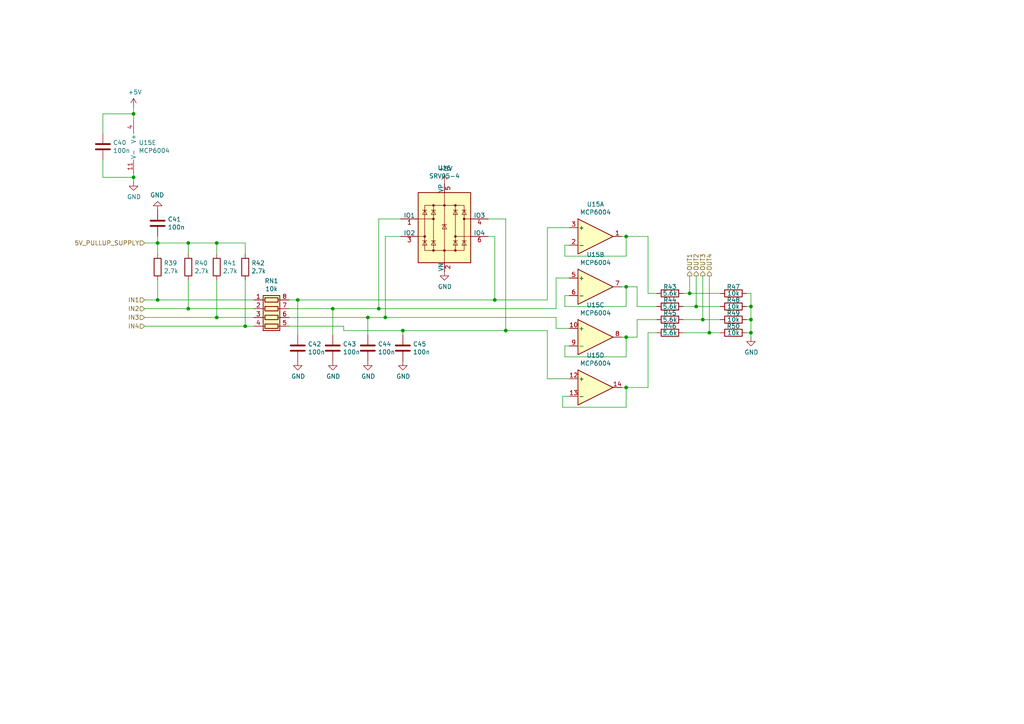
<source format=kicad_sch>
(kicad_sch (version 20211123) (generator eeschema)
  (paper "A4")
  (title_block (title "Polygonus") (date "2023-03-15") (rev "v0.7") (comment 2 "rusefi.com/s/proteus"))
  (lib_symbols
    (symbol "Amplifier_Operational:MCP6004" (pin_names (offset 0.127))
      (property "Reference" "U" (at 0 5.08 0))
      (property "Value" "MCP6004" (at 0 -5.08 0))
      (symbol "MCP6004_1_1"
        (polyline (pts (xy -5.08 5.08) (xy 5.08 0) (xy -5.08 -5.08) (xy -5.08 5.08)) (stroke (width 0.254)) (fill (type background)))
        (pin output line (at 7.62 0 180) (length 2.54) (name "~") (number "1"))
        (pin input line (at -7.62 -2.54 0) (length 2.54) (name "-") (number "2"))
        (pin input line (at -7.62 2.54 0) (length 2.54) (name "+") (number "3"))
      )
      (symbol "MCP6004_2_1"
        (polyline (pts (xy -5.08 5.08) (xy 5.08 0) (xy -5.08 -5.08) (xy -5.08 5.08)) (stroke (width 0.254)) (fill (type background)))
        (pin input line (at -7.62 2.54 0) (length 2.54) (name "+") (number "5"))
        (pin input line (at -7.62 -2.54 0) (length 2.54) (name "-") (number "6"))
        (pin output line (at 7.62 0 180) (length 2.54) (name "~") (number "7"))
      )
      (symbol "MCP6004_3_1"
        (polyline (pts (xy -5.08 5.08) (xy 5.08 0) (xy -5.08 -5.08) (xy -5.08 5.08)) (stroke (width 0.254)) (fill (type background)))
        (pin input line (at -7.62 2.54 0) (length 2.54) (name "+") (number "10"))
        (pin output line (at 7.62 0 180) (length 2.54) (name "~") (number "8"))
        (pin input line (at -7.62 -2.54 0) (length 2.54) (name "-") (number "9"))
      )
      (symbol "MCP6004_4_1"
        (polyline (pts (xy -5.08 5.08) (xy 5.08 0) (xy -5.08 -5.08) (xy -5.08 5.08)) (stroke (width 0.254)) (fill (type background)))
        (pin input line (at -7.62 2.54 0) (length 2.54) (name "+") (number "12"))
        (pin input line (at -7.62 -2.54 0) (length 2.54) (name "-") (number "13"))
        (pin output line (at 7.62 0 180) (length 2.54) (name "~") (number "14"))
      )
      (symbol "MCP6004_5_1"
        (pin power_in line (at -2.54 -7.62 90) (length 3.81) (name "V-") (number "11"))
        (pin power_in line (at -2.54 7.62 270) (length 3.81) (name "V+") (number "4"))
      )
    )
    (symbol "Device:C" (pin_numbers hide) (pin_names (offset 0.254))
      (property "Reference" "C" (at 0.635 2.54 0))
      (property "Value" "C" (at 0.635 -2.54 0))
      (symbol "C_0_1"
        (polyline (pts (xy -2.032 -0.762) (xy 2.032 -0.762)) (stroke (width 0.508)))
        (polyline (pts (xy -2.032 0.762) (xy 2.032 0.762)) (stroke (width 0.508)))
      )
      (symbol "C_1_1"
        (pin passive line (at 0 3.81 270) (length 2.794) (name "~") (number "1"))
        (pin passive line (at 0 -3.81 90) (length 2.794) (name "~") (number "2"))
      )
    )
    (symbol "Device:R" (pin_numbers hide) (pin_names (offset 0))
      (property "Reference" "R" (at 2.032 0 90))
      (property "Value" "R" (at 0 0 90))
      (symbol "R_0_1"
        (rectangle (start -1.016 -2.54) (end 1.016 2.54) (stroke (width 0.254)))
      )
      (symbol "R_1_1"
        (pin passive line (at 0 3.81 270) (length 1.27) (name "~") (number "1"))
        (pin passive line (at 0 -3.81 90) (length 1.27) (name "~") (number "2"))
      )
    )
    (symbol "Device:R_Pack04" (pin_names (offset 0) hide)
      (property "Reference" "RN" (at -7.62 0 90))
      (property "Value" "R_Pack04" (at 5.08 0 90))
      (symbol "R_Pack04_0_1"
        (rectangle (start -6.35 -2.413) (end 3.81 2.413) (stroke (width 0.254)) (fill (type background)))
        (rectangle (start -5.715 1.905) (end -4.445 -1.905) (stroke (width 0.254)))
        (rectangle (start -3.175 1.905) (end -1.905 -1.905) (stroke (width 0.254)))
        (rectangle (start -0.635 1.905) (end 0.635 -1.905) (stroke (width 0.254)))
        (polyline (pts (xy -5.08 -2.54) (xy -5.08 -1.905)))
        (polyline (pts (xy -5.08 1.905) (xy -5.08 2.54)))
        (polyline (pts (xy -2.54 -2.54) (xy -2.54 -1.905)))
        (polyline (pts (xy -2.54 1.905) (xy -2.54 2.54)))
        (polyline (pts (xy 0 -2.54) (xy 0 -1.905)))
        (polyline (pts (xy 0 1.905) (xy 0 2.54)))
        (polyline (pts (xy 2.54 -2.54) (xy 2.54 -1.905)))
        (polyline (pts (xy 2.54 1.905) (xy 2.54 2.54)))
        (rectangle (start 1.905 1.905) (end 3.175 -1.905) (stroke (width 0.254)))
      )
      (symbol "R_Pack04_1_1"
        (pin passive line (at -5.08 -5.08 90) (length 2.54) (name "R1.1") (number "1"))
        (pin passive line (at -2.54 -5.08 90) (length 2.54) (name "R2.1") (number "2"))
        (pin passive line (at 0 -5.08 90) (length 2.54) (name "R3.1") (number "3"))
        (pin passive line (at 2.54 -5.08 90) (length 2.54) (name "R4.1") (number "4"))
        (pin passive line (at 2.54 5.08 270) (length 2.54) (name "R4.2") (number "5"))
        (pin passive line (at 0 5.08 270) (length 2.54) (name "R3.2") (number "6"))
        (pin passive line (at -2.54 5.08 270) (length 2.54) (name "R2.2") (number "7"))
        (pin passive line (at -5.08 5.08 270) (length 2.54) (name "R1.2") (number "8"))
      )
    )
    (symbol "Power_Protection:SRV05-4" (pin_names (offset 0))
      (property "Reference" "U" (at -5.08 11.43 0))
      (property "Value" "SRV05-4" (at 2.54 11.43 0))
      (symbol "SRV05-4_0_0"
        (rectangle (start -5.715 6.477) (end 5.715 -6.604))
        (polyline (pts (xy -3.175 -6.604) (xy -3.175 6.477)))
        (polyline (pts (xy 3.175 6.477) (xy 3.175 -6.604)))
      )
      (symbol "SRV05-4_0_1"
        (rectangle (start -7.62 10.16) (end 7.62 -10.16) (stroke (width 0.254)) (fill (type background)))
        (circle (center -5.715 -2.54) (radius 0.2794) (fill (type outline)))
        (circle (center -3.175 -6.604) (radius 0.2794) (fill (type outline)))
        (circle (center -3.175 2.54) (radius 0.2794) (fill (type outline)))
        (circle (center -3.175 6.477) (radius 0.2794) (fill (type outline)))
        (circle (center 0 -6.604) (radius 0.2794) (fill (type outline)))
        (polyline (pts (xy -7.747 2.54) (xy -3.175 2.54)))
        (polyline (pts (xy -7.62 -2.54) (xy -5.715 -2.54)))
        (polyline (pts (xy -5.08 -3.81) (xy -6.35 -3.81)))
        (polyline (pts (xy -5.08 5.08) (xy -6.35 5.08)))
        (polyline (pts (xy -2.54 -3.81) (xy -3.81 -3.81)))
        (polyline (pts (xy -2.54 5.08) (xy -3.81 5.08)))
        (polyline (pts (xy 0 10.16) (xy 0 -10.16)))
        (polyline (pts (xy 3.81 -3.81) (xy 2.54 -3.81)))
        (polyline (pts (xy 3.81 5.08) (xy 2.54 5.08)))
        (polyline (pts (xy 6.35 -3.81) (xy 5.08 -3.81)))
        (polyline (pts (xy 6.35 5.08) (xy 5.08 5.08)))
        (polyline (pts (xy 7.62 -2.54) (xy 3.175 -2.54)))
        (polyline (pts (xy 7.62 2.54) (xy 5.715 2.54)))
        (polyline (pts (xy 0.635 0.889) (xy -0.635 0.889) (xy -0.635 0.635)))
        (polyline (pts (xy -5.08 -5.08) (xy -6.35 -5.08) (xy -5.715 -3.81) (xy -5.08 -5.08)))
        (polyline (pts (xy -5.08 3.81) (xy -6.35 3.81) (xy -5.715 5.08) (xy -5.08 3.81)))
        (polyline (pts (xy -2.54 -5.08) (xy -3.81 -5.08) (xy -3.175 -3.81) (xy -2.54 -5.08)))
        (polyline (pts (xy -2.54 3.81) (xy -3.81 3.81) (xy -3.175 5.08) (xy -2.54 3.81)))
        (polyline (pts (xy 0.635 -0.381) (xy -0.635 -0.381) (xy 0 0.889) (xy 0.635 -0.381)))
        (polyline (pts (xy 3.81 -5.08) (xy 2.54 -5.08) (xy 3.175 -3.81) (xy 3.81 -5.08)))
        (polyline (pts (xy 3.81 3.81) (xy 2.54 3.81) (xy 3.175 5.08) (xy 3.81 3.81)))
        (polyline (pts (xy 6.35 -5.08) (xy 5.08 -5.08) (xy 5.715 -3.81) (xy 6.35 -5.08)))
        (polyline (pts (xy 6.35 3.81) (xy 5.08 3.81) (xy 5.715 5.08) (xy 6.35 3.81)))
        (circle (center 0 6.477) (radius 0.2794) (fill (type outline)))
        (circle (center 3.175 -6.604) (radius 0.2794) (fill (type outline)))
        (circle (center 3.175 -2.54) (radius 0.2794) (fill (type outline)))
        (circle (center 3.175 6.477) (radius 0.2794) (fill (type outline)))
        (circle (center 5.715 2.54) (radius 0.2794) (fill (type outline)))
      )
      (symbol "SRV05-4_1_1"
        (pin passive line (at -12.7 2.54 0) (length 5.08) (name "IO1") (number "1"))
        (pin passive line (at 0 -12.7 90) (length 2.54) (name "VN") (number "2"))
        (pin passive line (at -12.7 -2.54 0) (length 5.08) (name "IO2") (number "3"))
        (pin passive line (at 12.7 2.54 180) (length 5.08) (name "IO3") (number "4"))
        (pin passive line (at 0 12.7 270) (length 2.54) (name "VP") (number "5"))
        (pin passive line (at 12.7 -2.54 180) (length 5.08) (name "IO4") (number "6"))
      )
    )
    (symbol "power:+5V" (power) (pin_names (offset 0))
      (property "Value" "+5V" (at 0 3.556 0))
      (symbol "+5V_0_1"
        (polyline (pts (xy -0.762 1.27) (xy 0 2.54)))
        (polyline (pts (xy 0 0) (xy 0 2.54)))
        (polyline (pts (xy 0 2.54) (xy 0.762 1.27)))
      )
      (symbol "+5V_1_1"
        (pin power_in line (at 0 0 90) (length 0) hide (name "+5V") (number "1"))
      )
    )
    (symbol "power:GND" (power) (pin_names (offset 0))
      (property "Value" "GND" (at 0 -3.81 0))
      (symbol "GND_0_1"
        (polyline (pts (xy 0 0) (xy 0 -1.27) (xy 1.27 -1.27) (xy 0 -2.54) (xy -1.27 -1.27) (xy 0 -1.27)))
      )
      (symbol "GND_1_1"
        (pin power_in line (at 0 0 270) (length 0) hide (name "GND") (number "1"))
      )
    )
  )
  (junction (at 181.61 97.79))
  (junction (at 217.805 96.52))
  (junction (at 181.61 112.395))
  (junction (at 62.865 70.485))
  (junction (at 205.74 96.52))
  (junction (at 109.855 89.535))
  (junction (at 45.72 70.485))
  (junction (at 54.61 70.485))
  (junction (at 143.51 86.995))
  (junction (at 181.61 68.58))
  (junction (at 217.805 88.9))
  (junction (at 86.36 86.995))
  (junction (at 62.865 92.075))
  (junction (at 181.61 83.185))
  (junction (at 38.735 33.02))
  (junction (at 71.12 94.615))
  (junction (at 54.61 89.535))
  (junction (at 201.93 88.9))
  (junction (at 217.805 92.71))
  (junction (at 111.76 92.075))
  (junction (at 38.735 51.435))
  (junction (at 200.025 85.09))
  (junction (at 116.84 95.885))
  (junction (at 203.835 92.71))
  (junction (at 106.68 92.075))
  (junction (at 45.72 86.995))
  (junction (at 96.52 89.535))
  (junction (at 146.685 95.885))
  (wire (pts (xy 184.785 83.185) (xy 184.785 88.9)))
  (wire (pts (xy 45.72 70.485) (xy 54.61 70.485)))
  (wire (pts (xy 116.205 63.5) (xy 109.855 63.5)))
  (wire (pts (xy 158.75 95.885) (xy 158.75 109.855)))
  (wire (pts (xy 116.84 95.885) (xy 146.685 95.885)))
  (wire (pts (xy 187.96 112.395) (xy 181.61 112.395)))
  (wire (pts (xy 190.5 85.09) (xy 187.96 85.09)))
  (wire (pts (xy 217.805 96.52) (xy 216.535 96.52)))
  (wire (pts (xy 83.82 94.615) (xy 99.695 94.615)))
  (wire (pts (xy 99.695 95.885) (xy 116.84 95.885)))
  (wire (pts (xy 161.29 80.645) (xy 161.29 89.535)))
  (wire (pts (xy 190.5 96.52) (xy 187.96 96.52)))
  (wire (pts (xy 109.855 89.535) (xy 161.29 89.535)))
  (wire (pts (xy 217.805 85.09) (xy 217.805 88.9)))
  (wire (pts (xy 217.805 92.71) (xy 216.535 92.71)))
  (wire (pts (xy 208.915 88.9) (xy 201.93 88.9)))
  (wire (pts (xy 143.51 86.995) (xy 158.75 86.995)))
  (wire (pts (xy 41.91 86.995) (xy 45.72 86.995)))
  (wire (pts (xy 41.91 70.485) (xy 45.72 70.485)))
  (wire (pts (xy 41.91 89.535) (xy 54.61 89.535)))
  (wire (pts (xy 45.72 68.58) (xy 45.72 70.485)))
  (wire (pts (xy 187.96 85.09) (xy 187.96 68.58)))
  (wire (pts (xy 158.75 66.04) (xy 165.1 66.04)))
  (wire (pts (xy 111.76 92.075) (xy 111.76 68.58)))
  (wire (pts (xy 71.12 81.28) (xy 71.12 94.615)))
  (wire (pts (xy 163.83 71.12) (xy 163.83 74.295)))
  (wire (pts (xy 41.91 92.075) (xy 62.865 92.075)))
  (wire (pts (xy 86.36 86.995) (xy 83.82 86.995)))
  (wire (pts (xy 45.72 70.485) (xy 45.72 73.66)))
  (wire (pts (xy 184.785 97.79) (xy 184.785 92.71)))
  (wire (pts (xy 205.74 96.52) (xy 205.74 80.01)))
  (wire (pts (xy 203.835 92.71) (xy 208.915 92.71)))
  (wire (pts (xy 187.96 68.58) (xy 181.61 68.58)))
  (wire (pts (xy 165.1 85.725) (xy 163.83 85.725)))
  (wire (pts (xy 111.76 68.58) (xy 116.205 68.58)))
  (wire (pts (xy 163.195 114.935) (xy 163.195 118.11)))
  (wire (pts (xy 181.61 74.295) (xy 181.61 68.58)))
  (wire (pts (xy 187.96 96.52) (xy 187.96 112.395)))
  (wire (pts (xy 181.61 103.505) (xy 181.61 97.79)))
  (wire (pts (xy 106.68 92.075) (xy 106.68 97.155)))
  (wire (pts (xy 163.83 85.725) (xy 163.83 88.9)))
  (wire (pts (xy 181.61 68.58) (xy 180.34 68.58)))
  (wire (pts (xy 38.735 52.705) (xy 38.735 51.435)))
  (wire (pts (xy 161.29 92.075) (xy 161.29 95.25)))
  (wire (pts (xy 38.735 51.435) (xy 29.845 51.435)))
  (wire (pts (xy 165.1 80.645) (xy 161.29 80.645)))
  (wire (pts (xy 141.605 63.5) (xy 146.685 63.5)))
  (wire (pts (xy 158.75 109.855) (xy 165.1 109.855)))
  (wire (pts (xy 146.685 95.885) (xy 158.75 95.885)))
  (wire (pts (xy 201.93 80.01) (xy 201.93 88.9)))
  (wire (pts (xy 161.29 95.25) (xy 165.1 95.25)))
  (wire (pts (xy 208.915 96.52) (xy 205.74 96.52)))
  (wire (pts (xy 181.61 112.395) (xy 180.34 112.395)))
  (wire (pts (xy 217.805 92.71) (xy 217.805 88.9)))
  (wire (pts (xy 38.735 33.02) (xy 38.735 34.925)))
  (wire (pts (xy 99.695 94.615) (xy 99.695 95.885)))
  (wire (pts (xy 96.52 89.535) (xy 109.855 89.535)))
  (wire (pts (xy 45.72 86.995) (xy 73.66 86.995)))
  (wire (pts (xy 203.835 80.01) (xy 203.835 92.71)))
  (wire (pts (xy 116.84 97.155) (xy 116.84 95.885)))
  (wire (pts (xy 200.025 85.09) (xy 200.025 80.01)))
  (wire (pts (xy 200.025 85.09) (xy 208.915 85.09)))
  (wire (pts (xy 163.83 74.295) (xy 181.61 74.295)))
  (wire (pts (xy 54.61 81.28) (xy 54.61 89.535)))
  (wire (pts (xy 71.12 70.485) (xy 71.12 73.66)))
  (wire (pts (xy 184.785 92.71) (xy 190.5 92.71)))
  (wire (pts (xy 86.36 86.995) (xy 143.51 86.995)))
  (wire (pts (xy 45.72 81.28) (xy 45.72 86.995)))
  (wire (pts (xy 29.845 38.735) (xy 29.845 33.02)))
  (wire (pts (xy 106.68 92.075) (xy 111.76 92.075)))
  (wire (pts (xy 158.75 86.995) (xy 158.75 66.04)))
  (wire (pts (xy 54.61 70.485) (xy 54.61 73.66)))
  (wire (pts (xy 141.605 68.58) (xy 143.51 68.58)))
  (wire (pts (xy 198.12 85.09) (xy 200.025 85.09)))
  (wire (pts (xy 181.61 83.185) (xy 184.785 83.185)))
  (wire (pts (xy 146.685 63.5) (xy 146.685 95.885)))
  (wire (pts (xy 29.845 51.435) (xy 29.845 46.355)))
  (wire (pts (xy 29.845 33.02) (xy 38.735 33.02)))
  (wire (pts (xy 54.61 70.485) (xy 62.865 70.485)))
  (wire (pts (xy 163.83 88.9) (xy 181.61 88.9)))
  (wire (pts (xy 62.865 92.075) (xy 73.66 92.075)))
  (wire (pts (xy 165.1 114.935) (xy 163.195 114.935)))
  (wire (pts (xy 109.855 63.5) (xy 109.855 89.535)))
  (wire (pts (xy 62.865 70.485) (xy 62.865 73.66)))
  (wire (pts (xy 83.82 92.075) (xy 106.68 92.075)))
  (wire (pts (xy 163.83 103.505) (xy 181.61 103.505)))
  (wire (pts (xy 201.93 88.9) (xy 198.12 88.9)))
  (wire (pts (xy 163.83 100.33) (xy 163.83 103.505)))
  (wire (pts (xy 96.52 89.535) (xy 96.52 97.155)))
  (wire (pts (xy 111.76 92.075) (xy 161.29 92.075)))
  (wire (pts (xy 184.785 88.9) (xy 190.5 88.9)))
  (wire (pts (xy 71.12 94.615) (xy 73.66 94.615)))
  (wire (pts (xy 217.805 88.9) (xy 216.535 88.9)))
  (wire (pts (xy 38.735 51.435) (xy 38.735 50.165)))
  (wire (pts (xy 86.36 97.155) (xy 86.36 86.995)))
  (wire (pts (xy 62.865 70.485) (xy 71.12 70.485)))
  (wire (pts (xy 217.805 96.52) (xy 217.805 92.71)))
  (wire (pts (xy 181.61 88.9) (xy 181.61 83.185)))
  (wire (pts (xy 54.61 89.535) (xy 73.66 89.535)))
  (wire (pts (xy 198.12 92.71) (xy 203.835 92.71)))
  (wire (pts (xy 143.51 68.58) (xy 143.51 86.995)))
  (wire (pts (xy 83.82 89.535) (xy 96.52 89.535)))
  (wire (pts (xy 41.91 94.615) (xy 71.12 94.615)))
  (wire (pts (xy 181.61 83.185) (xy 180.34 83.185)))
  (wire (pts (xy 38.735 31.115) (xy 38.735 33.02)))
  (wire (pts (xy 181.61 97.79) (xy 184.785 97.79)))
  (wire (pts (xy 205.74 96.52) (xy 198.12 96.52)))
  (wire (pts (xy 165.1 100.33) (xy 163.83 100.33)))
  (wire (pts (xy 181.61 97.79) (xy 180.34 97.79)))
  (wire (pts (xy 181.61 118.11) (xy 181.61 112.395)))
  (wire (pts (xy 217.805 97.79) (xy 217.805 96.52)))
  (wire (pts (xy 216.535 85.09) (xy 217.805 85.09)))
  (wire (pts (xy 165.1 71.12) (xy 163.83 71.12)))
  (wire (pts (xy 163.195 118.11) (xy 181.61 118.11)))
  (wire (pts (xy 62.865 81.28) (xy 62.865 92.075)))
  (hierarchical_label "IN2" (shape input) (at 41.91 89.535 180))
  (hierarchical_label "OUT1" (shape output) (at 200.025 80.01 90))
  (hierarchical_label "OUT3" (shape output) (at 203.835 80.01 90))
  (hierarchical_label "IN4" (shape input) (at 41.91 94.615 180))
  (hierarchical_label "5V_PULLUP_SUPPLY" (shape input) (at 41.91 70.485 180))
  (hierarchical_label "OUT4" (shape output) (at 205.74 80.01 90))
  (hierarchical_label "OUT2" (shape output) (at 201.93 80.01 90))
  (hierarchical_label "IN3" (shape input) (at 41.91 92.075 180))
  (hierarchical_label "IN1" (shape input) (at 41.91 86.995 180))
  (symbol (lib_id "Amplifier_Operational:MCP6004") (at 41.275 42.545 0) (unit 5)
    (property "Reference" "U15" (at 40.2082 41.3766 0) (effects (justify left)))
    (property "Value" "MCP6004" (at 40.2082 43.688 0) (effects (justify left)))
    (property "Footprint" "Package_SO:TSSOP-14_4.4x5mm_P0.65mm" (effects hide))
    (property "Datasheet" "http://ww1.microchip.com/downloads/en/DeviceDoc/21733j.pdf" (effects hide))
    (property "PN" "MCP6004T-I/ST" (effects hide))
    (property "LCSC" "C50282" (effects hide))
    (property "LCSC_ext" "1" (effects hide))
    (property "possible_not_ext" "1" (effects hide))
  )
  (symbol (lib_id "Device:R_Pack04") (at 78.74 92.075 270) (unit 1)
    (property "Reference" "RN1" (at 78.74 81.4832 90))
    (property "Value" "10k" (at 78.74 83.7946 90))
    (property "Footprint" "Resistor_SMD:R_Array_Convex_4x0603" (effects hide))
    (property "PN" "CAT16-473J4LF" (effects hide))
    (property "LCSC" "C29718" (effects hide))
    (property "LCSC_ext" "0" (effects hide))
  )
  (symbol (lib_id "Device:R") (at 45.72 77.47 0) (unit 1)
    (property "Reference" "R39" (at 47.498 76.3016 0) (effects (justify left)))
    (property "Value" "2.7k" (at 47.498 78.613 0) (effects (justify left)))
    (property "Footprint" "Resistor_SMD:R_0603_1608Metric" (effects hide))
    (property "LCSC" "C13167" (effects hide))
    (property "LCSC_ext" "0" (effects hide))
  )
  (symbol (lib_id "Device:C") (at 29.845 42.545 0) (unit 1)
    (property "Reference" "C40" (at 32.766 41.3766 0) (effects (justify left)))
    (property "Value" "100n" (at 32.766 43.688 0) (effects (justify left)))
    (property "Footprint" "Capacitor_SMD:C_0603_1608Metric" (effects hide))
    (property "LCSC" "C14663" (effects hide))
    (property "LCSC_ext" "0" (effects hide))
  )
  (symbol (lib_id "power:GND") (at 38.735 52.705 0) (unit 1)
    (property "Reference" "#PWR094" (effects hide))
    (property "Value" "GND" (at 38.862 57.0992 0))
  )
  (symbol (lib_id "power:GND") (at 106.68 104.775 0) (unit 1)
    (property "Reference" "#PWR098" (effects hide))
    (property "Value" "GND" (at 106.807 109.1692 0))
  )
  (symbol (lib_id "power:GND") (at 116.84 104.775 0) (unit 1)
    (property "Reference" "#PWR099" (effects hide))
    (property "Value" "GND" (at 116.967 109.1692 0))
  )
  (symbol (lib_id "power:GND") (at 217.805 97.79 0) (unit 1)
    (property "Reference" "#PWR0102" (effects hide))
    (property "Value" "GND" (at 217.932 102.1842 0))
  )
  (symbol (lib_id "Device:C") (at 45.72 64.77 0) (unit 1)
    (property "Reference" "C41" (at 48.641 63.6016 0) (effects (justify left)))
    (property "Value" "100n" (at 48.641 65.913 0) (effects (justify left)))
    (property "Footprint" "Capacitor_SMD:C_0603_1608Metric" (effects hide))
    (property "LCSC" "C14663" (effects hide))
    (property "LCSC_ext" "0" (effects hide))
  )
  (symbol (lib_id "power:GND") (at 45.72 60.96 180) (unit 1)
    (property "Reference" "#PWR095" (effects hide))
    (property "Value" "GND" (at 45.593 56.5658 0))
  )
  (symbol (lib_id "Device:R") (at 54.61 77.47 0) (unit 1)
    (property "Reference" "R40" (at 56.388 76.3016 0) (effects (justify left)))
    (property "Value" "2.7k" (at 56.388 78.613 0) (effects (justify left)))
    (property "Footprint" "Resistor_SMD:R_0603_1608Metric" (effects hide))
    (property "LCSC" "C13167" (effects hide))
    (property "LCSC_ext" "0" (effects hide))
  )
  (symbol (lib_id "Device:R") (at 62.865 77.47 0) (unit 1)
    (property "Reference" "R41" (at 64.643 76.3016 0) (effects (justify left)))
    (property "Value" "2.7k" (at 64.643 78.613 0) (effects (justify left)))
    (property "Footprint" "Resistor_SMD:R_0603_1608Metric" (effects hide))
    (property "LCSC" "C13167" (effects hide))
    (property "LCSC_ext" "0" (effects hide))
  )
  (symbol (lib_id "Device:R") (at 71.12 77.47 0) (unit 1)
    (property "Reference" "R42" (at 72.898 76.3016 0) (effects (justify left)))
    (property "Value" "2.7k" (at 72.898 78.613 0) (effects (justify left)))
    (property "Footprint" "Resistor_SMD:R_0603_1608Metric" (effects hide))
    (property "LCSC" "C13167" (effects hide))
    (property "LCSC_ext" "0" (effects hide))
  )
  (symbol (lib_id "Amplifier_Operational:MCP6004") (at 172.72 68.58 0) (unit 1)
    (property "Reference" "U15" (at 172.72 59.2582 0))
    (property "Value" "MCP6004" (at 172.72 61.5696 0))
    (property "Footprint" "Package_SO:TSSOP-14_4.4x5mm_P0.65mm" (effects hide))
    (property "Datasheet" "http://ww1.microchip.com/downloads/en/DeviceDoc/21733j.pdf" (effects hide))
    (property "PN" "MCP6004T-I/ST" (effects hide))
    (property "LCSC" "C50282" (effects hide))
    (property "LCSC_ext" "1" (effects hide))
    (property "possible_not_ext" "1" (effects hide))
  )
  (symbol (lib_id "Amplifier_Operational:MCP6004") (at 172.72 83.185 0) (unit 2)
    (property "Reference" "U15" (at 172.72 73.8632 0))
    (property "Value" "MCP6004" (at 172.72 76.1746 0))
    (property "Footprint" "Package_SO:TSSOP-14_4.4x5mm_P0.65mm" (effects hide))
    (property "Datasheet" "http://ww1.microchip.com/downloads/en/DeviceDoc/21733j.pdf" (effects hide))
    (property "PN" "MCP6004T-I/ST" (effects hide))
    (property "LCSC" "C50282" (effects hide))
    (property "LCSC_ext" "1" (effects hide))
    (property "possible_not_ext" "1" (effects hide))
  )
  (symbol (lib_id "Amplifier_Operational:MCP6004") (at 172.72 97.79 0) (unit 3)
    (property "Reference" "U15" (at 172.72 88.4682 0))
    (property "Value" "MCP6004" (at 172.72 90.7796 0))
    (property "Footprint" "Package_SO:TSSOP-14_4.4x5mm_P0.65mm" (effects hide))
    (property "Datasheet" "http://ww1.microchip.com/downloads/en/DeviceDoc/21733j.pdf" (effects hide))
    (property "PN" "MCP6004T-I/ST" (effects hide))
    (property "LCSC" "C50282" (effects hide))
    (property "LCSC_ext" "1" (effects hide))
    (property "possible_not_ext" "1" (effects hide))
  )
  (symbol (lib_id "Amplifier_Operational:MCP6004") (at 172.72 112.395 0) (unit 4)
    (property "Reference" "U15" (at 172.72 103.0732 0))
    (property "Value" "MCP6004" (at 172.72 105.3846 0))
    (property "Footprint" "Package_SO:TSSOP-14_4.4x5mm_P0.65mm" (effects hide))
    (property "Datasheet" "http://ww1.microchip.com/downloads/en/DeviceDoc/21733j.pdf" (effects hide))
    (property "PN" "MCP6004T-I/ST" (effects hide))
    (property "LCSC" "C50282" (effects hide))
    (property "LCSC_ext" "1" (effects hide))
    (property "possible_not_ext" "1" (effects hide))
  )
  (symbol (lib_id "power:GND") (at 86.36 104.775 0) (unit 1)
    (property "Reference" "#PWR096" (effects hide))
    (property "Value" "GND" (at 86.487 109.1692 0))
  )
  (symbol (lib_id "power:GND") (at 96.52 104.775 0) (unit 1)
    (property "Reference" "#PWR097" (effects hide))
    (property "Value" "GND" (at 96.647 109.1692 0))
  )
  (symbol (lib_id "power:+5V") (at 38.735 31.115 0) (unit 1)
    (property "Reference" "#PWR093" (effects hide))
    (property "Value" "+5V" (at 39.116 26.7208 0))
  )
  (symbol (lib_id "Device:C") (at 86.36 100.965 0) (unit 1)
    (property "Reference" "C42" (at 89.281 99.7966 0) (effects (justify left)))
    (property "Value" "100n" (at 89.281 102.108 0) (effects (justify left)))
    (property "Footprint" "Capacitor_SMD:C_0402_1005Metric" (effects hide))
    (property "LCSC" "C1525" (effects hide))
    (property "LCSC_ext" "0" (effects hide))
  )
  (symbol (lib_id "Device:C") (at 96.52 100.965 0) (unit 1)
    (property "Reference" "C43" (at 99.441 99.7966 0) (effects (justify left)))
    (property "Value" "100n" (at 99.441 102.108 0) (effects (justify left)))
    (property "Footprint" "Capacitor_SMD:C_0402_1005Metric" (effects hide))
    (property "LCSC" "C1525" (effects hide))
    (property "LCSC_ext" "0" (effects hide))
  )
  (symbol (lib_id "Device:C") (at 106.68 100.965 0) (unit 1)
    (property "Reference" "C44" (at 109.601 99.7966 0) (effects (justify left)))
    (property "Value" "100n" (at 109.601 102.108 0) (effects (justify left)))
    (property "Footprint" "Capacitor_SMD:C_0402_1005Metric" (effects hide))
    (property "LCSC" "C1525" (effects hide))
    (property "LCSC_ext" "0" (effects hide))
  )
  (symbol (lib_id "Device:C") (at 116.84 100.965 0) (unit 1)
    (property "Reference" "C45" (at 119.761 99.7966 0) (effects (justify left)))
    (property "Value" "100n" (at 119.761 102.108 0) (effects (justify left)))
    (property "Footprint" "Capacitor_SMD:C_0402_1005Metric" (effects hide))
    (property "LCSC" "C1525" (effects hide))
    (property "LCSC_ext" "0" (effects hide))
  )
  (symbol (lib_id "Power_Protection:SRV05-4") (at 128.905 66.04 0) (unit 1)
    (property "Reference" "U16" (at 128.905 48.7426 0))
    (property "Value" "SRV05-4" (at 128.905 51.054 0))
    (property "Footprint" "Package_TO_SOT_SMD:SOT-23-6" (effects hide))
    (property "Datasheet" "http://www.onsemi.com/pub/Collateral/SRV05-4-D.PDF" (effects hide))
    (property "LCSC" "C85364" (effects hide))
    (property "LCSC_ext" "0" (effects hide))
  )
  (symbol (lib_id "power:GND") (at 128.905 78.74 0) (unit 1)
    (property "Reference" "#PWR0101" (effects hide))
    (property "Value" "GND" (at 129.032 83.1342 0))
  )
  (symbol (lib_id "power:+5V") (at 128.905 53.34 0) (unit 1)
    (property "Reference" "#PWR0100" (effects hide))
    (property "Value" "+5V" (at 129.286 48.9458 0))
  )
  (symbol (lib_id "Device:R") (at 194.31 85.09 270) (unit 1)
    (property "Reference" "R43" (at 194.31 83.185 90))
    (property "Value" "5.6k" (at 194.31 85.09 90))
    (property "Footprint" "Resistor_SMD:R_0402_1005Metric" (effects hide))
    (property "LCSC" "C25908" (effects hide))
    (property "LCSC_ext" "0" (effects hide))
  )
  (symbol (lib_id "Device:R") (at 194.31 88.9 270) (unit 1)
    (property "Reference" "R44" (at 194.31 86.995 90))
    (property "Value" "5.6k" (at 194.31 88.9 90))
    (property "Footprint" "Resistor_SMD:R_0402_1005Metric" (effects hide))
    (property "LCSC" "C25908" (effects hide))
    (property "LCSC_ext" "0" (effects hide))
  )
  (symbol (lib_id "Device:R") (at 194.31 92.71 270) (unit 1)
    (property "Reference" "R45" (at 194.31 90.805 90))
    (property "Value" "5.6k" (at 194.31 92.71 90))
    (property "Footprint" "Resistor_SMD:R_0402_1005Metric" (effects hide))
    (property "LCSC" "C25908" (effects hide))
    (property "LCSC_ext" "0" (effects hide))
  )
  (symbol (lib_id "Device:R") (at 194.31 96.52 270) (unit 1)
    (property "Reference" "R46" (at 194.31 94.615 90))
    (property "Value" "5.6k" (at 194.31 96.52 90))
    (property "Footprint" "Resistor_SMD:R_0402_1005Metric" (effects hide))
    (property "LCSC" "C25908" (effects hide))
    (property "LCSC_ext" "0" (effects hide))
  )
  (symbol (lib_id "Device:R") (at 212.725 85.09 270) (unit 1)
    (property "Reference" "R47" (at 212.725 83.185 90))
    (property "Value" "10k" (at 212.725 85.09 90))
    (property "Footprint" "Resistor_SMD:R_0402_1005Metric" (effects hide))
    (property "LCSC" "C25744" (effects hide))
    (property "LCSC_ext" "0" (effects hide))
  )
  (symbol (lib_id "Device:R") (at 212.725 88.9 270) (unit 1)
    (property "Reference" "R48" (at 212.725 86.995 90))
    (property "Value" "10k" (at 212.725 88.9 90))
    (property "Footprint" "Resistor_SMD:R_0402_1005Metric" (effects hide))
    (property "LCSC" "C25744" (effects hide))
    (property "LCSC_ext" "0" (effects hide))
  )
  (symbol (lib_id "Device:R") (at 212.725 92.71 270) (unit 1)
    (property "Reference" "R49" (at 212.725 90.805 90))
    (property "Value" "10k" (at 212.725 92.71 90))
    (property "Footprint" "Resistor_SMD:R_0402_1005Metric" (effects hide))
    (property "LCSC" "C25744" (effects hide))
    (property "LCSC_ext" "0" (effects hide))
  )
  (symbol (lib_id "Device:R") (at 212.725 96.52 270) (unit 1)
    (property "Reference" "R50" (at 212.725 94.615 90))
    (property "Value" "10k" (at 212.725 96.52 90))
    (property "Footprint" "Resistor_SMD:R_0402_1005Metric" (effects hide))
    (property "LCSC" "C25744" (effects hide))
    (property "LCSC_ext" "0" (effects hide))
  )
)
</source>
